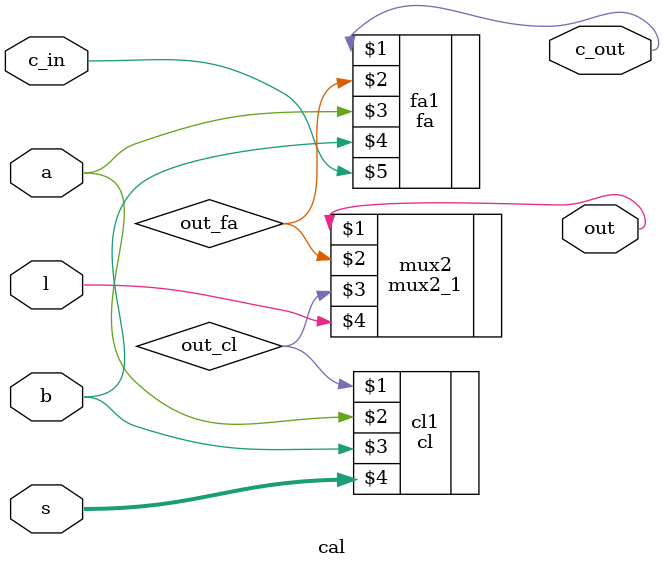
<source format=v>

module cal(output wire out, c_out, input wire a, b, l, c_in, input wire [1:0] s); ///cuando l =1 salida celda ///l=0 salida suma del full adder

wire out_cl, out_fa;

fa fa1(c_out, out_fa, a, b, c_in);
cl cl1(out_cl, a, b, s);

mux2_1 mux2(out, out_fa, out_cl, l);
//elige el tipo de operacion que sale
endmodule

</source>
